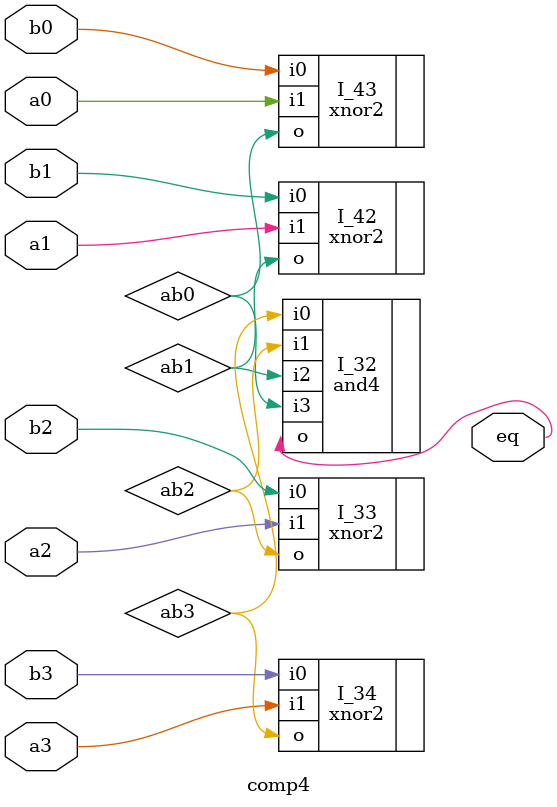
<source format=v>

module comp4( eq, a0, a1, a2, a3, b0, b1, b2, b3 );

output  eq;


input  a0, a1, a2, a3, b0, b1, b2, b3;





specify 
    specparam CDS_LIBNAME  = "xc7000";
    specparam CDS_CELLNAME = "comp4";
    specparam CDS_VIEWNAME = "schematic";
endspecify

xnor2  I_42( .i0(b1), .o(ab1), .i1(a1));
xnor2  I_34( .i0(b3), .o(ab3), .i1(a3));
xnor2  I_33( .i0(b2), .o(ab2), .i1(a2));
xnor2  I_43( .i0(b0), .o(ab0), .i1(a0));
and4  I_32( .o(eq), .i1(ab2), .i3(ab0), .i2(ab1), .i0(ab3));

endmodule

</source>
